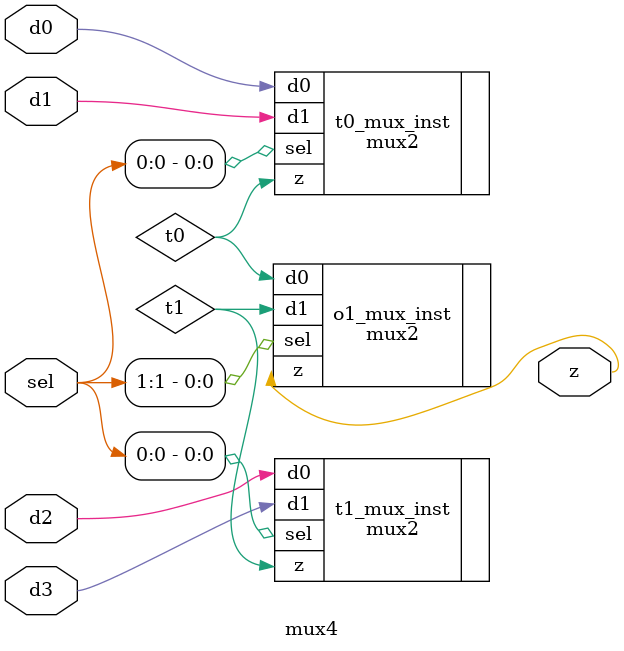
<source format=sv>
module mux4 (
    input logic d0,          // Data input 0
    input logic d1,          // Data input 1
    input logic d2,          // Data input 2
    input logic d3,          // Data input 3
    input logic [1:0] sel,   // Select input
    output logic z           // Output
);

// Put your code here
// ------------------

logic t0,t1;

mux2 t0_mux_inst(.z(t0),.d0(d0),.d1(d1),.sel(sel[0]));
mux2 t1_mux_inst(.z(t1),.d0(d2),.d1(d3),.sel(sel[0]));
mux2 o1_mux_inst(.z(z),.d0(t0),.d1(t1),.sel(sel[1]));

// End of your code

endmodule

</source>
